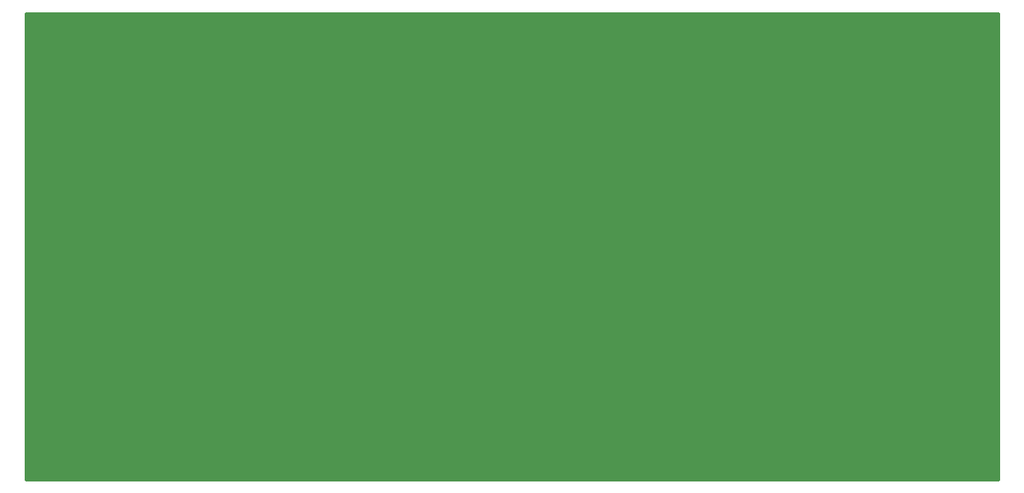
<source format=gbr>
G04 #@! TF.FileFunction,Profile,NP*
%FSLAX46Y46*%
G04 Gerber Fmt 4.6, Leading zero omitted, Abs format (unit mm)*
G04 Created by KiCad (PCBNEW 4.0.7-e1-6374~58~ubuntu14.04.1) date Fri Aug 18 16:55:42 2017*
%MOMM*%
%LPD*%
G01*
G04 APERTURE LIST*
%ADD10C,0.100000*%
%ADD11C,0.254000*%
G04 APERTURE END LIST*
D10*
X148591666Y-173990000D02*
G75*
G03X148591666Y-173990000I-1666J0D01*
G01*
X148587500Y-173990000D02*
X148592500Y-173990000D01*
X148590000Y-173987500D02*
X148590000Y-173992500D01*
D11*
G36*
X247523000Y-173863000D02*
X147447000Y-173863000D01*
X147447000Y-125857000D01*
X247523000Y-125857000D01*
X247523000Y-173863000D01*
X247523000Y-173863000D01*
G37*
X247523000Y-173863000D02*
X147447000Y-173863000D01*
X147447000Y-125857000D01*
X247523000Y-125857000D01*
X247523000Y-173863000D01*
M02*

</source>
